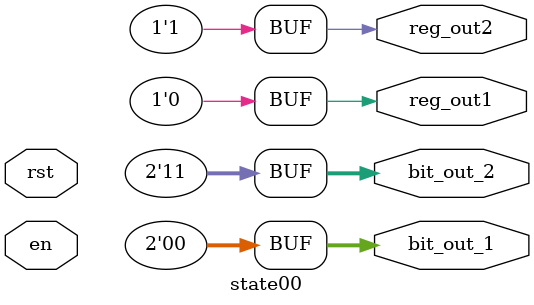
<source format=v>
`timescale 1ns / 1ps


module state00(
input rst,
input en,
output [1:0] bit_out_1,
output [1:0] bit_out_2,
output reg_out1,
output reg_out2
    );
assign bit_out_1 = 2'b00;
assign bit_out_2 = 2'b11;
assign reg_out1 = 0;
assign reg_out2 = 1;
endmodule

</source>
